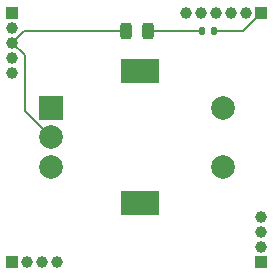
<source format=gtl>
%TF.GenerationSoftware,KiCad,Pcbnew,9.0.5-1.fc42*%
%TF.CreationDate,2025-12-03T04:58:22+01:00*%
%TF.ProjectId,Block-RotaryEncoder-Button,426c6f63-6b2d-4526-9f74-617279456e63,1*%
%TF.SameCoordinates,Original*%
%TF.FileFunction,Copper,L1,Top*%
%TF.FilePolarity,Positive*%
%FSLAX46Y46*%
G04 Gerber Fmt 4.6, Leading zero omitted, Abs format (unit mm)*
G04 Created by KiCad (PCBNEW 9.0.5-1.fc42) date 2025-12-03 04:58:22*
%MOMM*%
%LPD*%
G01*
G04 APERTURE LIST*
G04 Aperture macros list*
%AMRoundRect*
0 Rectangle with rounded corners*
0 $1 Rounding radius*
0 $2 $3 $4 $5 $6 $7 $8 $9 X,Y pos of 4 corners*
0 Add a 4 corners polygon primitive as box body*
4,1,4,$2,$3,$4,$5,$6,$7,$8,$9,$2,$3,0*
0 Add four circle primitives for the rounded corners*
1,1,$1+$1,$2,$3*
1,1,$1+$1,$4,$5*
1,1,$1+$1,$6,$7*
1,1,$1+$1,$8,$9*
0 Add four rect primitives between the rounded corners*
20,1,$1+$1,$2,$3,$4,$5,0*
20,1,$1+$1,$4,$5,$6,$7,0*
20,1,$1+$1,$6,$7,$8,$9,0*
20,1,$1+$1,$8,$9,$2,$3,0*%
G04 Aperture macros list end*
%TA.AperFunction,ComponentPad*%
%ADD10R,2.000000X2.000000*%
%TD*%
%TA.AperFunction,ComponentPad*%
%ADD11C,2.000000*%
%TD*%
%TA.AperFunction,ComponentPad*%
%ADD12R,3.200000X2.000000*%
%TD*%
%TA.AperFunction,SMDPad,CuDef*%
%ADD13RoundRect,0.243750X-0.243750X-0.456250X0.243750X-0.456250X0.243750X0.456250X-0.243750X0.456250X0*%
%TD*%
%TA.AperFunction,SMDPad,CuDef*%
%ADD14RoundRect,0.135000X0.135000X0.185000X-0.135000X0.185000X-0.135000X-0.185000X0.135000X-0.185000X0*%
%TD*%
%TA.AperFunction,ComponentPad*%
%ADD15R,1.000000X1.000000*%
%TD*%
%TA.AperFunction,ComponentPad*%
%ADD16C,1.000000*%
%TD*%
%TA.AperFunction,Conductor*%
%ADD17C,0.200000*%
%TD*%
G04 APERTURE END LIST*
D10*
%TO.P,SW1,A,A*%
%TO.N,/A*%
X131815000Y-111165000D03*
D11*
%TO.P,SW1,B,B*%
%TO.N,/B*%
X131815000Y-116165000D03*
%TO.P,SW1,C,C*%
%TO.N,GND*%
X131815000Y-113665000D03*
D12*
%TO.P,SW1,MP*%
%TO.N,N/C*%
X139315000Y-108065000D03*
X139315000Y-119265000D03*
D11*
%TO.P,SW1,S1,S1*%
%TO.N,Net-(R2-Pad1)*%
X146315000Y-116165000D03*
%TO.P,SW1,S2,S2*%
%TO.N,/C*%
X146315000Y-111165000D03*
%TD*%
D13*
%TO.P,D1,1,K*%
%TO.N,GND*%
X138127500Y-104698800D03*
%TO.P,D1,2,A*%
%TO.N,Net-(D1-A)*%
X140002500Y-104698800D03*
%TD*%
D14*
%TO.P,R1,1*%
%TO.N,/LED*%
X145571400Y-104698800D03*
%TO.P,R1,2*%
%TO.N,Net-(D1-A)*%
X144551400Y-104698800D03*
%TD*%
D15*
%TO.P,J4,1,Pin_1*%
%TO.N,/Typ0*%
X128525000Y-124205000D03*
D16*
%TO.P,J4,2,Pin_2*%
%TO.N,/Typ1*%
X129795000Y-124205000D03*
%TO.P,J4,3,Pin_3*%
%TO.N,/Typ2*%
X131065000Y-124205000D03*
%TO.P,J4,4,Pin_4*%
%TO.N,/Typ3*%
X132335000Y-124205000D03*
%TD*%
D15*
%TO.P,J2,1,Pin_1*%
%TO.N,/Addr0*%
X149605000Y-124205000D03*
D16*
%TO.P,J2,2,Pin_2*%
%TO.N,/Addr1*%
X149605000Y-122935000D03*
%TO.P,J2,3,Pin_3*%
%TO.N,/Addr2*%
X149605000Y-121665000D03*
%TO.P,J2,4,Pin_4*%
%TO.N,/Addr3*%
X149605000Y-120395000D03*
%TD*%
D15*
%TO.P,J1,1,Pin_1*%
%TO.N,/+3.3V Digital*%
X128525000Y-103125000D03*
D16*
%TO.P,J1,2,Pin_2*%
%TO.N,/AREF*%
X128525000Y-104395000D03*
%TO.P,J1,3,Pin_3*%
%TO.N,GND*%
X128525000Y-105665000D03*
%TO.P,J1,4,Pin_4*%
%TO.N,/SlotBus.Data*%
X128525000Y-106935000D03*
%TO.P,J1,5,Pin_5*%
%TO.N,/SlotBus.Clock*%
X128525000Y-108205000D03*
%TD*%
D15*
%TO.P,J3,1,Pin_1*%
%TO.N,/LED*%
X149605000Y-103125000D03*
D16*
%TO.P,J3,2,Pin_2*%
%TO.N,/C*%
X148335000Y-103125000D03*
%TO.P,J3,3,Pin_3*%
%TO.N,/B*%
X147065000Y-103125000D03*
%TO.P,J3,4,Pin_4*%
%TO.N,/A*%
X145795000Y-103125000D03*
%TO.P,J3,5,Pin_5*%
%TO.N,/A1*%
X144525000Y-103125000D03*
%TO.P,J3,6,Pin_6*%
%TO.N,/A0*%
X143255000Y-103125000D03*
%TD*%
D17*
%TO.N,GND*%
X131815000Y-113665000D02*
X129565400Y-111415400D01*
X129565400Y-106705400D02*
X128525000Y-105665000D01*
X129491200Y-104698800D02*
X128525000Y-105665000D01*
X138127500Y-104698800D02*
X129491200Y-104698800D01*
X129565400Y-111415400D02*
X129565400Y-106705400D01*
%TO.N,Net-(D1-A)*%
X140002500Y-104698800D02*
X144551400Y-104698800D01*
%TO.N,/LED*%
X145571400Y-104698800D02*
X148031200Y-104698800D01*
X148031200Y-104698800D02*
X149605000Y-103125000D01*
%TD*%
M02*

</source>
